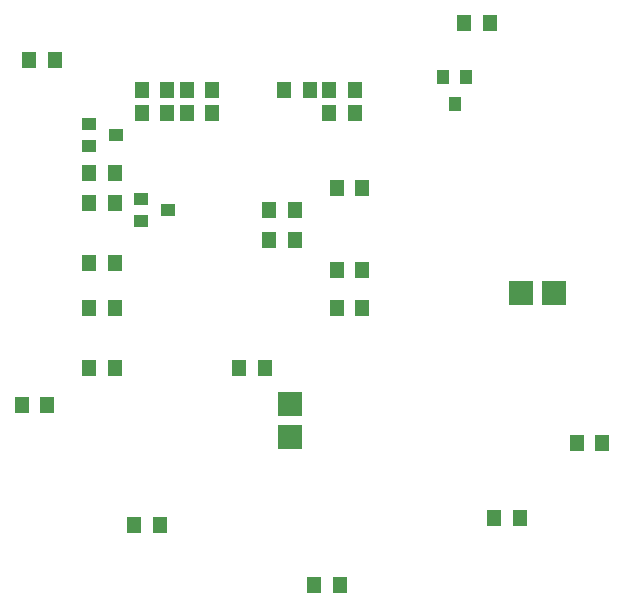
<source format=gtp>
G04 Layer_Color=8421504*
%FSLAX25Y25*%
%MOIN*%
G70*
G01*
G75*
%ADD10R,0.04724X0.05512*%
%ADD11R,0.04921X0.03937*%
%ADD12R,0.05118X0.03937*%
%ADD13R,0.03937X0.04921*%
%ADD14R,0.03937X0.05118*%
%ADD15R,0.08000X0.08000*%
%ADD16R,0.08000X0.08000*%
D10*
X219232Y122500D02*
D03*
X210768D02*
D03*
X193268Y195000D02*
D03*
X201732D02*
D03*
X169232D02*
D03*
X160768D02*
D03*
X145768D02*
D03*
X154232D02*
D03*
X145768Y187500D02*
D03*
X154232D02*
D03*
X169232D02*
D03*
X160768D02*
D03*
X263268Y52500D02*
D03*
X271732D02*
D03*
X290768Y77500D02*
D03*
X299232D02*
D03*
X203268Y30000D02*
D03*
X211732D02*
D03*
X143268Y50000D02*
D03*
X151732D02*
D03*
X105768Y90000D02*
D03*
X114232D02*
D03*
X136732Y167500D02*
D03*
X128268D02*
D03*
X210768Y162500D02*
D03*
X219232D02*
D03*
X188268Y155000D02*
D03*
X196732D02*
D03*
X136732Y102500D02*
D03*
X128268D02*
D03*
X186732D02*
D03*
X178268D02*
D03*
X216732Y187500D02*
D03*
X208268D02*
D03*
X216732Y195000D02*
D03*
X208268D02*
D03*
X128268Y122500D02*
D03*
X136732D02*
D03*
X128268Y137500D02*
D03*
X136732D02*
D03*
X196732Y145000D02*
D03*
X188268D02*
D03*
X219232Y135000D02*
D03*
X210768D02*
D03*
X136732Y157500D02*
D03*
X128268D02*
D03*
X116732Y205000D02*
D03*
X108268D02*
D03*
X253268Y217500D02*
D03*
X261732D02*
D03*
D11*
X145472Y158740D02*
D03*
Y151260D02*
D03*
X127972Y183740D02*
D03*
Y176260D02*
D03*
D12*
X154606Y155000D02*
D03*
X137106Y180000D02*
D03*
D13*
X253740Y199528D02*
D03*
X246260D02*
D03*
D14*
X250000Y190394D02*
D03*
D15*
X195000Y90543D02*
D03*
Y79457D02*
D03*
D16*
X271957Y127500D02*
D03*
X283043D02*
D03*
M02*

</source>
